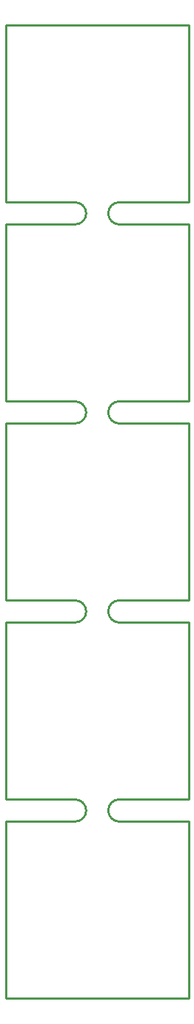
<source format=gbr>
G04 start of page 4 for group 2 idx 2 *
G04 Title: (unknown), outline *
G04 Creator: pcb 4.0.2 *
G04 CreationDate: Thu Sep  9 05:11:40 2021 UTC *
G04 For: ndholmes *
G04 Format: Gerber/RS-274X *
G04 PCB-Dimensions (mil): 1020.00 4700.00 *
G04 PCB-Coordinate-Origin: lower left *
%MOIN*%
%FSLAX25Y25*%
%LNOUTLINE*%
%ADD25C,0.0100*%
G54D25*X92500Y280500D02*Y200500D01*
X9500D02*Y280500D01*
Y110500D02*Y190500D01*
Y110500D02*X41000D01*
X9500Y20500D02*Y100500D01*
X41000Y190500D02*X9500D01*
Y280500D02*X41000D01*
X61000Y200500D02*X92500D01*
X9500D02*X41000D01*
X92500Y190500D02*Y110500D01*
X61000D02*X92500D01*
X61000Y100500D02*X92500D01*
Y190500D02*X61000D01*
X92500Y100500D02*Y20500D01*
X9500D02*X92500D01*
X9500Y100500D02*X41000D01*
X61000Y280500D02*X92500D01*
X61000Y380500D02*X92500D01*
Y370500D02*Y290500D01*
X61000D02*X92500D01*
X61000Y370500D02*X92500D01*
X9500Y460500D02*X92500D01*
Y380500D01*
X9500D02*Y460500D01*
Y380500D02*X41000D01*
X9500Y290500D02*Y370500D01*
Y290500D02*X41000D01*
X9500Y370500D02*X41000D01*
X46000Y285500D02*G75*G03X41000Y290500I-5000J0D01*G01*
X46000Y285500D02*G75*G02X41000Y280500I-5000J0D01*G01*
X56000Y285500D02*G75*G02X61000Y290500I5000J0D01*G01*
X56000Y285500D02*G75*G03X61000Y280500I5000J0D01*G01*
X46000Y375500D02*G75*G03X41000Y380500I-5000J0D01*G01*
X46000Y375500D02*G75*G02X41000Y370500I-5000J0D01*G01*
X56000Y375500D02*G75*G02X61000Y380500I5000J0D01*G01*
X56000Y375500D02*G75*G03X61000Y370500I5000J0D01*G01*
X46000Y195500D02*G75*G03X41000Y200500I-5000J0D01*G01*
X46000Y195500D02*G75*G02X41000Y190500I-5000J0D01*G01*
X46000Y105500D02*G75*G03X41000Y110500I-5000J0D01*G01*
X46000Y105500D02*G75*G02X41000Y100500I-5000J0D01*G01*
X56000Y195500D02*G75*G02X61000Y200500I5000J0D01*G01*
X56000Y195500D02*G75*G03X61000Y190500I5000J0D01*G01*
X56000Y105500D02*G75*G02X61000Y110500I5000J0D01*G01*
X56000Y105500D02*G75*G03X61000Y100500I5000J0D01*G01*
M02*

</source>
